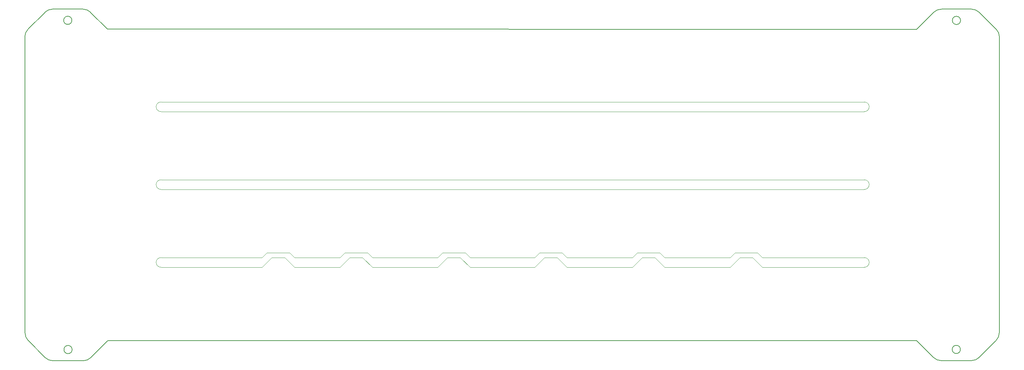
<source format=gbr>
%TF.GenerationSoftware,KiCad,Pcbnew,(6.0.7)*%
%TF.CreationDate,2023-01-22T14:38:05+01:00*%
%TF.ProjectId,lumpen,6c756d70-656e-42e6-9b69-6361645f7063,rev?*%
%TF.SameCoordinates,Original*%
%TF.FileFunction,Profile,NP*%
%FSLAX46Y46*%
G04 Gerber Fmt 4.6, Leading zero omitted, Abs format (unit mm)*
G04 Created by KiCad (PCBNEW (6.0.7)) date 2023-01-22 14:38:05*
%MOMM*%
%LPD*%
G01*
G04 APERTURE LIST*
%TA.AperFunction,Profile*%
%ADD10C,0.100000*%
%TD*%
%TA.AperFunction,Profile*%
%ADD11C,0.200000*%
%TD*%
G04 APERTURE END LIST*
D10*
X224161188Y-86836250D02*
X52314313Y-86836250D01*
D11*
X33287290Y-128781256D02*
X25917546Y-128781256D01*
D10*
X125459250Y-103505000D02*
X127840500Y-105886250D01*
X224161188Y-86836200D02*
G75*
G03*
X224161188Y-84455000I12J1190600D01*
G01*
X78199375Y-102314375D02*
X83755625Y-102314375D01*
X192532000Y-102314375D02*
X191341375Y-103505000D01*
X224161188Y-67786200D02*
G75*
G03*
X224161188Y-65405000I12J1190600D01*
G01*
D11*
X39350957Y-123825611D02*
X35178801Y-127997767D01*
X25855692Y-42668887D02*
G75*
G03*
X23964181Y-43452380I8J-2675013D01*
G01*
D10*
X52314313Y-103505000D02*
X77008750Y-103505000D01*
X193722625Y-103505000D02*
X191341375Y-105886250D01*
D11*
X19102418Y-121966128D02*
X19040564Y-49484019D01*
X236913960Y-123824293D02*
X39350957Y-123825611D01*
X252245970Y-43472322D02*
G75*
G03*
X250354482Y-42688810I-1891570J-1891578D01*
G01*
D10*
X52314313Y-84454950D02*
G75*
G03*
X52314313Y-86836250I-13J-1190650D01*
G01*
D11*
X242984738Y-42688823D02*
G75*
G03*
X241096372Y-43469515I-38J-2674077D01*
G01*
X252245993Y-43472299D02*
X256386121Y-47612427D01*
D10*
X191341375Y-105886250D02*
X175402875Y-105886250D01*
D11*
X39257075Y-47592508D02*
X236956244Y-47609643D01*
D10*
X103964500Y-103505000D02*
X119903000Y-103505000D01*
D11*
X236956244Y-47609643D02*
X241096372Y-43469515D01*
D10*
X96027000Y-105886250D02*
X84946250Y-105886250D01*
D11*
X30540436Y-45418891D02*
G75*
G03*
X30540436Y-45418891I-1000000J0D01*
G01*
D10*
X196897625Y-103505000D02*
X199278875Y-105886250D01*
D11*
X250315343Y-128747910D02*
X242945599Y-128747910D01*
X30602546Y-126031256D02*
G75*
G03*
X30602546Y-126031256I-1000000J0D01*
G01*
D10*
X97217625Y-102314375D02*
X96027000Y-103505000D01*
D11*
X25855692Y-42668891D02*
X33225436Y-42668891D01*
X257169610Y-49503938D02*
X257130471Y-121932782D01*
D10*
X121093625Y-102314375D02*
X126649875Y-102314375D01*
D11*
X247669482Y-45438810D02*
G75*
G03*
X247669482Y-45438810I-1000000J0D01*
G01*
D10*
X144786188Y-102314375D02*
X143595563Y-103505000D01*
X168656000Y-102314375D02*
X167465375Y-103505000D01*
X121093625Y-102314375D02*
X119903000Y-103505000D01*
D11*
X250315343Y-128747926D02*
G75*
G03*
X252206854Y-127964421I57J2674826D01*
G01*
X241054108Y-127964401D02*
G75*
G03*
X242945599Y-128747910I1891492J1891401D01*
G01*
D10*
X122284250Y-103505000D02*
X125459250Y-103505000D01*
X224161188Y-105886250D02*
X199278875Y-105886250D01*
X102773875Y-102314375D02*
X103964500Y-103505000D01*
X193722625Y-103505000D02*
X196897625Y-103505000D01*
X169846625Y-103505000D02*
X173021625Y-103505000D01*
X151533063Y-103505000D02*
X167465375Y-103505000D01*
X144786188Y-102314375D02*
X150342438Y-102314375D01*
D11*
X35116939Y-43452388D02*
G75*
G03*
X33225436Y-42668891I-1891439J-1891312D01*
G01*
D10*
X52314313Y-103504950D02*
G75*
G03*
X52314313Y-105886250I-13J-1190650D01*
G01*
X199278875Y-103505000D02*
X224161188Y-103505000D01*
X169846625Y-103505000D02*
X167465375Y-105886250D01*
X52314313Y-84455000D02*
X224161188Y-84455000D01*
X224161188Y-105886200D02*
G75*
G03*
X224161188Y-103505000I12J1190600D01*
G01*
D11*
X256346997Y-123824308D02*
G75*
G03*
X257130471Y-121932782I-1891797J1891608D01*
G01*
X256346982Y-123824293D02*
X252206854Y-127964421D01*
X33287290Y-128781221D02*
G75*
G03*
X35178801Y-127997767I110J2674821D01*
G01*
D10*
X101583250Y-103505000D02*
X103964500Y-105886250D01*
X79390000Y-103505000D02*
X82565000Y-103505000D01*
X126649875Y-102314375D02*
X127840500Y-103505000D01*
X145976813Y-103505000D02*
X149151813Y-103505000D01*
X143595563Y-105886250D02*
X127840500Y-105886250D01*
X83755625Y-102314375D02*
X84946250Y-103505000D01*
X173021625Y-103505000D02*
X175402875Y-105886250D01*
D11*
X24026035Y-127997767D02*
X19885907Y-123857639D01*
X242984738Y-42688810D02*
X250354482Y-42688810D01*
D10*
X97217625Y-102314375D02*
X102773875Y-102314375D01*
D11*
X241054088Y-127964421D02*
X236913960Y-123824293D01*
X24026051Y-127997751D02*
G75*
G03*
X25917546Y-128781256I1891549J1891551D01*
G01*
D10*
X78199375Y-102314375D02*
X77008750Y-103505000D01*
X174212250Y-102314375D02*
X175402875Y-103505000D01*
X175402875Y-103505000D02*
X191341375Y-103505000D01*
X149151813Y-103505000D02*
X151533063Y-105886250D01*
X224161188Y-67786250D02*
X52314313Y-67786250D01*
X119903000Y-105886250D02*
X103964500Y-105886250D01*
X79390000Y-103505000D02*
X77008750Y-105886250D01*
X98408250Y-103505000D02*
X96027000Y-105886250D01*
X198088250Y-102314375D02*
X199278875Y-103505000D01*
X84946250Y-103505000D02*
X96027000Y-103505000D01*
X52314313Y-65404950D02*
G75*
G03*
X52314313Y-67786250I-13J-1190650D01*
G01*
X168656000Y-102314375D02*
X174212250Y-102314375D01*
X122284250Y-103505000D02*
X119903000Y-105886250D01*
D11*
X19824057Y-47592512D02*
G75*
G03*
X19040564Y-49484019I1891443J-1891488D01*
G01*
D10*
X167465375Y-105886250D02*
X151533063Y-105886250D01*
D11*
X19824053Y-47592508D02*
X23964181Y-43452380D01*
D10*
X77008750Y-105886250D02*
X52314313Y-105886250D01*
X82565000Y-103505000D02*
X84946250Y-105886250D01*
X52314313Y-65405000D02*
X224161188Y-65405000D01*
D11*
X35116947Y-43452380D02*
X39257075Y-47592508D01*
D10*
X150342438Y-102314375D02*
X151533063Y-103505000D01*
D11*
X247630599Y-125997910D02*
G75*
G03*
X247630599Y-125997910I-1000000J0D01*
G01*
D10*
X192532000Y-102314375D02*
X198088250Y-102314375D01*
D11*
X257169605Y-49503938D02*
G75*
G03*
X256386121Y-47612427I-2675405J-162D01*
G01*
D10*
X127840500Y-103505000D02*
X143595563Y-103505000D01*
D11*
X19102451Y-121966128D02*
G75*
G03*
X19885907Y-123857639I2675149J28D01*
G01*
D10*
X145976813Y-103505000D02*
X143595563Y-105886250D01*
X98408250Y-103505000D02*
X101583250Y-103505000D01*
M02*

</source>
